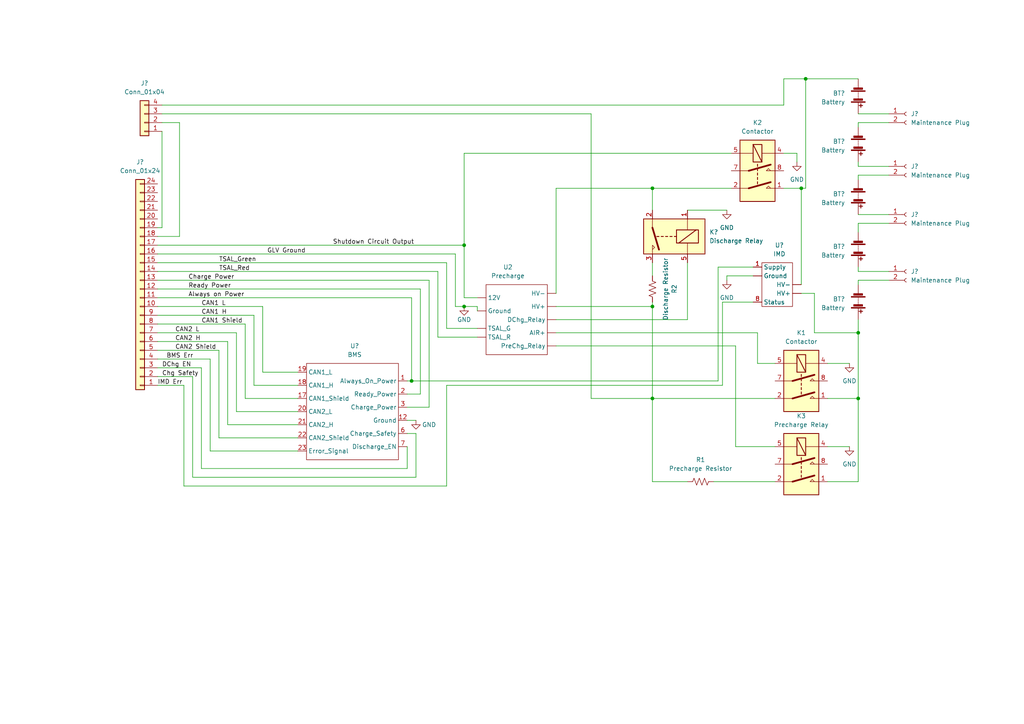
<source format=kicad_sch>
(kicad_sch (version 20211123) (generator eeschema)
  (paper "A4")
  (lib_symbols
    (symbol "Connector:Conn_01x02_Female" (pin_names (offset 1.016) hide)
      (property "Reference" "J" (at 0 2.54 0))
      (property "Value" "Conn_01x02_Female" (at 0 -5.08 0))
      (symbol "Conn_01x02_Female_1_1"
        (arc (start 0 -2.032) (mid -0.508 -2.54) (end 0 -3.048) (stroke (width 0.1524)))
        (polyline (pts (xy -1.27 -2.54) (xy -0.508 -2.54)) (stroke (width 0.1524)))
        (polyline (pts (xy -1.27 0) (xy -0.508 0)) (stroke (width 0.1524)))
        (arc (start 0 0.508) (mid -0.508 0) (end 0 -0.508) (stroke (width 0.1524)))
        (pin passive line (at -5.08 0 0) (length 3.81) (name "Pin_1") (number "1"))
        (pin passive line (at -5.08 -2.54 0) (length 3.81) (name "Pin_2") (number "2"))
      )
    )
    (symbol "Connector_Generic:Conn_01x04" (pin_names (offset 1.016) hide)
      (property "Reference" "J" (at 0 5.08 0))
      (property "Value" "Conn_01x04" (at 0 -7.62 0))
      (symbol "Conn_01x04_1_1"
        (rectangle (start -1.27 -4.953) (end 0 -5.207) (stroke (width 0.1524)))
        (rectangle (start -1.27 -2.413) (end 0 -2.667) (stroke (width 0.1524)))
        (rectangle (start -1.27 0.127) (end 0 -0.127) (stroke (width 0.1524)))
        (rectangle (start -1.27 2.667) (end 0 2.413) (stroke (width 0.1524)))
        (rectangle (start -1.27 3.81) (end 1.27 -6.35) (stroke (width 0.254)) (fill (type background)))
        (pin passive line (at -5.08 2.54 0) (length 3.81) (name "Pin_1") (number "1"))
        (pin passive line (at -5.08 0 0) (length 3.81) (name "Pin_2") (number "2"))
        (pin passive line (at -5.08 -2.54 0) (length 3.81) (name "Pin_3") (number "3"))
        (pin passive line (at -5.08 -5.08 0) (length 3.81) (name "Pin_4") (number "4"))
      )
    )
    (symbol "Connector_Generic:Conn_01x24" (pin_names (offset 1.016) hide)
      (property "Reference" "J" (at 0 30.48 0))
      (property "Value" "Conn_01x24" (at 0 -33.02 0))
      (symbol "Conn_01x24_1_1"
        (rectangle (start -1.27 -30.353) (end 0 -30.607) (stroke (width 0.1524)))
        (rectangle (start -1.27 -27.813) (end 0 -28.067) (stroke (width 0.1524)))
        (rectangle (start -1.27 -25.273) (end 0 -25.527) (stroke (width 0.1524)))
        (rectangle (start -1.27 -22.733) (end 0 -22.987) (stroke (width 0.1524)))
        (rectangle (start -1.27 -20.193) (end 0 -20.447) (stroke (width 0.1524)))
        (rectangle (start -1.27 -17.653) (end 0 -17.907) (stroke (width 0.1524)))
        (rectangle (start -1.27 -15.113) (end 0 -15.367) (stroke (width 0.1524)))
        (rectangle (start -1.27 -12.573) (end 0 -12.827) (stroke (width 0.1524)))
        (rectangle (start -1.27 -10.033) (end 0 -10.287) (stroke (width 0.1524)))
        (rectangle (start -1.27 -7.493) (end 0 -7.747) (stroke (width 0.1524)))
        (rectangle (start -1.27 -4.953) (end 0 -5.207) (stroke (width 0.1524)))
        (rectangle (start -1.27 -2.413) (end 0 -2.667) (stroke (width 0.1524)))
        (rectangle (start -1.27 0.127) (end 0 -0.127) (stroke (width 0.1524)))
        (rectangle (start -1.27 2.667) (end 0 2.413) (stroke (width 0.1524)))
        (rectangle (start -1.27 5.207) (end 0 4.953) (stroke (width 0.1524)))
        (rectangle (start -1.27 7.747) (end 0 7.493) (stroke (width 0.1524)))
        (rectangle (start -1.27 10.287) (end 0 10.033) (stroke (width 0.1524)))
        (rectangle (start -1.27 12.827) (end 0 12.573) (stroke (width 0.1524)))
        (rectangle (start -1.27 15.367) (end 0 15.113) (stroke (width 0.1524)))
        (rectangle (start -1.27 17.907) (end 0 17.653) (stroke (width 0.1524)))
        (rectangle (start -1.27 20.447) (end 0 20.193) (stroke (width 0.1524)))
        (rectangle (start -1.27 22.987) (end 0 22.733) (stroke (width 0.1524)))
        (rectangle (start -1.27 25.527) (end 0 25.273) (stroke (width 0.1524)))
        (rectangle (start -1.27 28.067) (end 0 27.813) (stroke (width 0.1524)))
        (rectangle (start -1.27 29.21) (end 1.27 -31.75) (stroke (width 0.254)) (fill (type background)))
        (pin passive line (at -5.08 27.94 0) (length 3.81) (name "Pin_1") (number "1"))
        (pin passive line (at -5.08 5.08 0) (length 3.81) (name "Pin_10") (number "10"))
        (pin passive line (at -5.08 2.54 0) (length 3.81) (name "Pin_11") (number "11"))
        (pin passive line (at -5.08 0 0) (length 3.81) (name "Pin_12") (number "12"))
        (pin passive line (at -5.08 -2.54 0) (length 3.81) (name "Pin_13") (number "13"))
        (pin passive line (at -5.08 -5.08 0) (length 3.81) (name "Pin_14") (number "14"))
        (pin passive line (at -5.08 -7.62 0) (length 3.81) (name "Pin_15") (number "15"))
        (pin passive line (at -5.08 -10.16 0) (length 3.81) (name "Pin_16") (number "16"))
        (pin passive line (at -5.08 -12.7 0) (length 3.81) (name "Pin_17") (number "17"))
        (pin passive line (at -5.08 -15.24 0) (length 3.81) (name "Pin_18") (number "18"))
        (pin passive line (at -5.08 -17.78 0) (length 3.81) (name "Pin_19") (number "19"))
        (pin passive line (at -5.08 25.4 0) (length 3.81) (name "Pin_2") (number "2"))
        (pin passive line (at -5.08 -20.32 0) (length 3.81) (name "Pin_20") (number "20"))
        (pin passive line (at -5.08 -22.86 0) (length 3.81) (name "Pin_21") (number "21"))
        (pin passive line (at -5.08 -25.4 0) (length 3.81) (name "Pin_22") (number "22"))
        (pin passive line (at -5.08 -27.94 0) (length 3.81) (name "Pin_23") (number "23"))
        (pin passive line (at -5.08 -30.48 0) (length 3.81) (name "Pin_24") (number "24"))
        (pin passive line (at -5.08 22.86 0) (length 3.81) (name "Pin_3") (number "3"))
        (pin passive line (at -5.08 20.32 0) (length 3.81) (name "Pin_4") (number "4"))
        (pin passive line (at -5.08 17.78 0) (length 3.81) (name "Pin_5") (number "5"))
        (pin passive line (at -5.08 15.24 0) (length 3.81) (name "Pin_6") (number "6"))
        (pin passive line (at -5.08 12.7 0) (length 3.81) (name "Pin_7") (number "7"))
        (pin passive line (at -5.08 10.16 0) (length 3.81) (name "Pin_8") (number "8"))
        (pin passive line (at -5.08 7.62 0) (length 3.81) (name "Pin_9") (number "9"))
      )
    )
    (symbol "Device:Battery" (pin_numbers hide) (pin_names (offset 0) hide)
      (property "Reference" "BT" (at 2.54 2.54 0))
      (property "Value" "Battery" (at 2.54 0 0))
      (symbol "Battery_0_1"
        (rectangle (start -2.032 -1.397) (end 2.032 -1.651) (fill (type outline)))
        (rectangle (start -2.032 1.778) (end 2.032 1.524) (fill (type outline)))
        (rectangle (start -1.3208 -1.9812) (end 1.27 -2.4892) (fill (type outline)))
        (rectangle (start -1.3208 1.1938) (end 1.27 0.6858) (fill (type outline)))
        (polyline (pts (xy 0 -1.524) (xy 0 -1.27)))
        (polyline (pts (xy 0 -1.016) (xy 0 -0.762)))
        (polyline (pts (xy 0 -0.508) (xy 0 -0.254)))
        (polyline (pts (xy 0 0) (xy 0 0.254)))
        (polyline (pts (xy 0 0.508) (xy 0 0.762)))
        (polyline (pts (xy 0 1.778) (xy 0 2.54)))
        (polyline (pts (xy 0.254 2.667) (xy 1.27 2.667)) (stroke (width 0.254)))
        (polyline (pts (xy 0.762 3.175) (xy 0.762 2.159)) (stroke (width 0.254)))
      )
      (symbol "Battery_1_1"
        (pin passive line (at 0 5.08 270) (length 2.54) (name "+") (number "1"))
        (pin passive line (at 0 -5.08 90) (length 2.54) (name "-") (number "2"))
      )
    )
    (symbol "Device:R_US" (pin_numbers hide) (pin_names (offset 0))
      (property "Reference" "R" (at 2.54 0 90))
      (property "Value" "R_US" (at -2.54 0 90))
      (symbol "R_US_0_1"
        (polyline (pts (xy 0 -2.286) (xy 0 -2.54)))
        (polyline (pts (xy 0 2.286) (xy 0 2.54)))
        (polyline (pts (xy 0 -0.762) (xy 1.016 -1.143) (xy 0 -1.524) (xy -1.016 -1.905) (xy 0 -2.286)))
        (polyline (pts (xy 0 0.762) (xy 1.016 0.381) (xy 0 0) (xy -1.016 -0.381) (xy 0 -0.762)))
        (polyline (pts (xy 0 2.286) (xy 1.016 1.905) (xy 0 1.524) (xy -1.016 1.143) (xy 0 0.762)))
      )
      (symbol "R_US_1_1"
        (pin passive line (at 0 3.81 270) (length 1.27) (name "~") (number "1"))
        (pin passive line (at 0 -3.81 90) (length 1.27) (name "~") (number "2"))
      )
    )
    (symbol "Relay:Fujitsu_FTR-F1A"
      (property "Reference" "K" (at 0 12.7 0))
      (property "Value" "Fujitsu_FTR-F1A" (at 0 10.16 0))
      (symbol "Fujitsu_FTR-F1A_0_1"
        (rectangle (start -1.27 7.62) (end 1.27 2.54) (stroke (width 0.254)))
        (polyline (pts (xy -1.27 7.62) (xy 1.27 2.54)) (stroke (width 0.254)))
      )
      (symbol "Fujitsu_FTR-F1A_1_1"
        (polyline (pts (xy -2.54 -5.08) (xy -5.08 -5.08)))
        (polyline (pts (xy -2.54 -5.08) (xy 3.81 -3.302)) (stroke (width 0.508)))
        (polyline (pts (xy -2.54 0) (xy -5.08 0)))
        (polyline (pts (xy -2.54 0) (xy 3.81 1.778)) (stroke (width 0.508)))
        (polyline (pts (xy 0 -3.175) (xy 0 -3.81)) (stroke (width 0.254)))
        (polyline (pts (xy 0 -1.905) (xy 0 -2.54)) (stroke (width 0.254)))
        (polyline (pts (xy 0 -0.635) (xy 0 -1.27)) (stroke (width 0.254)))
        (polyline (pts (xy 0 0.635) (xy 0 0)) (stroke (width 0.254)))
        (polyline (pts (xy 0 1.905) (xy 0 1.27)) (stroke (width 0.254)))
        (polyline (pts (xy 5.08 5.08) (xy 1.27 5.08)))
        (polyline (pts (xy -5.08 5.08) (xy -1.27 5.08) (xy -1.524 5.08)))
        (polyline (pts (xy 5.08 -5.08) (xy 2.54 -5.08) (xy 3.175 -4.445) (xy 3.81 -5.08)))
        (polyline (pts (xy 5.08 0) (xy 2.54 0) (xy 3.175 0.635) (xy 3.81 0)))
        (rectangle (start 5.08 8.89) (end -5.08 -8.89) (stroke (width 0.254)) (fill (type background)))
        (pin passive line (at 7.62 -5.08 180) (length 2.54) (name "~") (number "1"))
        (pin passive line (at -7.62 -5.08 0) (length 2.54) (name "~") (number "2"))
        (pin passive line (at 7.62 5.08 180) (length 2.54) (name "~") (number "4"))
        (pin passive line (at -7.62 5.08 0) (length 2.54) (name "~") (number "5"))
        (pin passive line (at -7.62 0 0) (length 2.54) (name "~") (number "7"))
        (pin passive line (at 7.62 0 180) (length 2.54) (name "~") (number "8"))
      )
    )
    (symbol "Relay:G5Q-1A"
      (property "Reference" "K" (at 8.89 3.81 0))
      (property "Value" "G5Q-1A" (at 8.89 1.27 0))
      (symbol "G5Q-1A_0_0"
        (polyline (pts (xy 5.08 5.08) (xy 5.08 2.54) (xy 4.445 3.175) (xy 5.08 3.81)))
      )
      (symbol "G5Q-1A_0_1"
        (rectangle (start -10.16 5.08) (end 7.62 -5.08) (stroke (width 0.254)) (fill (type background)))
        (rectangle (start -8.255 1.905) (end -1.905 -1.905) (stroke (width 0.254)))
        (polyline (pts (xy -7.62 -1.905) (xy -2.54 1.905)) (stroke (width 0.254)))
        (polyline (pts (xy -5.08 -5.08) (xy -5.08 -1.905)))
        (polyline (pts (xy -5.08 5.08) (xy -5.08 1.905)))
        (polyline (pts (xy -1.905 0) (xy -1.27 0)) (stroke (width 0.254)))
        (polyline (pts (xy -0.635 0) (xy 0 0)) (stroke (width 0.254)))
        (polyline (pts (xy 0.635 0) (xy 1.27 0)) (stroke (width 0.254)))
        (polyline (pts (xy 1.905 0) (xy 2.54 0)) (stroke (width 0.254)))
        (polyline (pts (xy 3.175 0) (xy 3.81 0)) (stroke (width 0.254)))
        (polyline (pts (xy 5.08 -2.54) (xy 3.175 3.81)) (stroke (width 0.508)))
        (polyline (pts (xy 5.08 -2.54) (xy 5.08 -5.08)))
      )
      (symbol "G5Q-1A_1_1"
        (pin passive line (at -5.08 -7.62 90) (length 2.54) (name "~") (number "1"))
        (pin passive line (at 5.08 -7.62 90) (length 2.54) (name "~") (number "2"))
        (pin passive line (at 5.08 7.62 270) (length 2.54) (name "~") (number "3"))
        (pin passive line (at -5.08 7.62 270) (length 2.54) (name "~") (number "5"))
      )
    )
    (symbol "accumulator:BMS"
      (property "Reference" "U?" (at 0 0 0))
      (property "Value" "BMS" (at 0 -2.54 0))
      (symbol "BMS_0_1"
        (rectangle (start -13.97 -5.08) (end 12.7 -33.02))
      )
      (symbol "BMS_1_1"
        (pin power_in line (at 15.24 -10.16 180) (length 2.54) (name "Always_On_Power") (number "1"))
        (pin passive line (at 15.24 -21.59 180) (length 2.54) (name "Ground") (number "12"))
        (pin passive line (at -16.51 -15.24 0) (length 2.54) (name "CAN1_Shield") (number "17"))
        (pin bidirectional line (at -16.51 -11.43 0) (length 2.54) (name "CAN1_H") (number "18"))
        (pin bidirectional line (at -16.51 -7.62 0) (length 2.54) (name "CAN1_L") (number "19"))
        (pin power_in line (at 15.24 -13.97 180) (length 2.54) (name "Ready_Power") (number "2"))
        (pin bidirectional line (at -16.51 -19.05 0) (length 2.54) (name "CAN2_L") (number "20"))
        (pin bidirectional line (at -16.51 -22.86 0) (length 2.54) (name "CAN2_H") (number "21"))
        (pin passive line (at -16.51 -26.67 0) (length 2.54) (name "CAN2_Shield") (number "22"))
        (pin output line (at -16.51 -30.48 0) (length 2.54) (name "Error_Signal") (number "23"))
        (pin power_in line (at 15.24 -17.78 180) (length 2.54) (name "Charge_Power") (number "3"))
        (pin output line (at 15.24 -25.4 180) (length 2.54) (name "Charge_Safety") (number "6"))
        (pin output line (at 15.24 -29.21 180) (length 2.54) (name "Discharge_EN") (number "7"))
      )
    )
    (symbol "accumulator:IMD"
      (property "Reference" "U?" (at 0 0 0))
      (property "Value" "IMD" (at 0 -2.54 0))
      (symbol "IMD_0_1"
        (rectangle (start -5.08 -5.08) (end 3.81 -17.78))
      )
      (symbol "IMD_1_1"
        (pin power_in line (at -7.62 -8.89 0) (length 2.54) (name "Ground") (number ""))
        (pin input line (at 6.35 -13.97 180) (length 2.54) (name "HV+") (number ""))
        (pin input line (at 6.35 -11.43 180) (length 2.54) (name "HV-") (number ""))
        (pin power_in line (at -7.62 -6.35 0) (length 2.54) (name "Supply") (number "1"))
        (pin output line (at -7.62 -16.51 0) (length 2.54) (name "Status") (number "8"))
      )
    )
    (symbol "accumulator:Precharge"
      (property "Reference" "U2" (at 0 0 0))
      (property "Value" "Precharge" (at 0 -2.54 0))
      (symbol "Precharge_0_1"
        (rectangle (start -6.35 -5.08) (end 11.43 -25.4))
      )
      (symbol "Precharge_1_1"
        (pin power_in line (at -8.89 -8.89 0) (length 2.54) (name "12V") (number ""))
        (pin output line (at 13.97 -19.05 180) (length 2.54) (name "AIR+") (number ""))
        (pin output line (at 13.97 -15.24 180) (length 2.54) (name "DChg_Relay") (number ""))
        (pin power_in line (at -8.89 -12.7 0) (length 2.54) (name "Ground") (number ""))
        (pin input line (at 13.97 -11.43 180) (length 2.54) (name "HV+") (number ""))
        (pin input line (at 13.97 -7.62 180) (length 2.54) (name "HV-") (number ""))
        (pin output line (at 13.97 -22.86 180) (length 2.54) (name "PreChg_Relay") (number ""))
        (pin output line (at -8.89 -17.78 0) (length 2.54) (name "TSAL_G") (number ""))
        (pin output line (at -8.89 -20.32 0) (length 2.54) (name "TSAL_R") (number ""))
      )
    )
    (symbol "power:GND" (power) (pin_names (offset 0))
      (property "Value" "GND" (at 0 -3.81 0))
      (symbol "GND_0_1"
        (polyline (pts (xy 0 0) (xy 0 -1.27) (xy 1.27 -1.27) (xy 0 -2.54) (xy -1.27 -1.27) (xy 0 -1.27)))
      )
      (symbol "GND_1_1"
        (pin power_in line (at 0 0 270) (length 0) hide (name "GND") (number "1"))
      )
    )
  )
  (junction (at 248.92 115.57))
  (junction (at 189.23 88.9))
  (junction (at 119.38 110.49))
  (junction (at 189.23 54.61))
  (junction (at 248.92 96.52))
  (junction (at 189.23 115.57))
  (junction (at 233.68 22.86))
  (junction (at 134.62 71.12))
  (junction (at 134.62 88.9))
  (junction (at 232.41 54.61))
  (wire (pts (xy 129.54 111.76) (xy 129.54 140.97)))
  (wire (pts (xy 127 97.79) (xy 127 78.74)))
  (wire (pts (xy 66.04 123.19) (xy 66.04 99.06)))
  (wire (pts (xy 45.72 104.14) (xy 60.96 104.14)))
  (wire (pts (xy 118.11 118.11) (xy 124.46 118.11)))
  (wire (pts (xy 66.04 99.06) (xy 45.72 99.06)))
  (wire (pts (xy 189.23 54.61) (xy 189.23 60.96)))
  (wire (pts (xy 46.99 30.48) (xy 227.33 30.48)))
  (wire (pts (xy 86.36 111.76) (xy 73.66 111.76)))
  (wire (pts (xy 132.08 73.66) (xy 45.72 73.66)))
  (wire (pts (xy 189.23 76.2) (xy 189.23 80.01)))
  (wire (pts (xy 213.36 129.54) (xy 224.79 129.54)))
  (wire (pts (xy 208.28 77.47) (xy 208.28 110.49)))
  (wire (pts (xy 71.12 115.57) (xy 71.12 93.98)))
  (wire (pts (xy 210.82 80.01) (xy 210.82 81.28)))
  (wire (pts (xy 233.68 22.86) (xy 248.92 22.86)))
  (wire (pts (xy 76.2 107.95) (xy 76.2 88.9)))
  (wire (pts (xy 58.42 106.68) (xy 45.72 106.68)))
  (wire (pts (xy 46.99 38.1) (xy 46.99 66.04)))
  (wire (pts (xy 161.29 54.61) (xy 189.23 54.61)))
  (wire (pts (xy 129.54 140.97) (xy 53.34 140.97)))
  (wire (pts (xy 189.23 54.61) (xy 212.09 54.61)))
  (wire (pts (xy 213.36 100.33) (xy 213.36 129.54)))
  (wire (pts (xy 248.92 92.71) (xy 248.92 96.52)))
  (wire (pts (xy 248.92 81.28) (xy 248.92 82.55)))
  (wire (pts (xy 199.39 76.2) (xy 199.39 92.71)))
  (wire (pts (xy 257.81 64.77) (xy 248.92 64.77)))
  (wire (pts (xy 55.88 138.43) (xy 55.88 109.22)))
  (wire (pts (xy 227.33 44.45) (xy 231.14 44.45)))
  (wire (pts (xy 120.65 138.43) (xy 55.88 138.43)))
  (wire (pts (xy 68.58 119.38) (xy 68.58 96.52)))
  (wire (pts (xy 248.92 115.57) (xy 248.92 139.7)))
  (wire (pts (xy 118.11 121.92) (xy 120.65 121.92)))
  (wire (pts (xy 161.29 88.9) (xy 189.23 88.9)))
  (wire (pts (xy 124.46 81.28) (xy 45.72 81.28)))
  (wire (pts (xy 52.07 35.56) (xy 52.07 68.58)))
  (wire (pts (xy 257.81 78.74) (xy 248.92 78.74)))
  (wire (pts (xy 138.43 88.9) (xy 134.62 88.9)))
  (wire (pts (xy 52.07 68.58) (xy 45.72 68.58)))
  (wire (pts (xy 236.22 85.09) (xy 236.22 96.52)))
  (wire (pts (xy 236.22 96.52) (xy 248.92 96.52)))
  (wire (pts (xy 138.43 90.17) (xy 138.43 88.9)))
  (wire (pts (xy 231.14 44.45) (xy 231.14 46.99)))
  (wire (pts (xy 73.66 111.76) (xy 73.66 91.44)))
  (wire (pts (xy 213.36 100.33) (xy 161.29 100.33)))
  (wire (pts (xy 227.33 30.48) (xy 227.33 22.86)))
  (wire (pts (xy 232.41 54.61) (xy 233.68 54.61)))
  (wire (pts (xy 189.23 139.7) (xy 199.39 139.7)))
  (wire (pts (xy 132.08 88.9) (xy 132.08 73.66)))
  (wire (pts (xy 138.43 97.79) (xy 127 97.79)))
  (wire (pts (xy 118.11 135.89) (xy 58.42 135.89)))
  (wire (pts (xy 233.68 22.86) (xy 233.68 54.61)))
  (wire (pts (xy 60.96 130.81) (xy 86.36 130.81)))
  (wire (pts (xy 248.92 62.23) (xy 257.81 62.23)))
  (wire (pts (xy 171.45 115.57) (xy 171.45 33.02)))
  (wire (pts (xy 86.36 123.19) (xy 66.04 123.19)))
  (wire (pts (xy 73.66 91.44) (xy 45.72 91.44)))
  (wire (pts (xy 189.23 87.63) (xy 189.23 88.9)))
  (wire (pts (xy 118.11 110.49) (xy 119.38 110.49)))
  (wire (pts (xy 227.33 54.61) (xy 232.41 54.61)))
  (wire (pts (xy 118.11 125.73) (xy 120.65 125.73)))
  (wire (pts (xy 127 78.74) (xy 45.72 78.74)))
  (wire (pts (xy 232.41 54.61) (xy 232.41 82.55)))
  (wire (pts (xy 248.92 48.26) (xy 248.92 46.99)))
  (wire (pts (xy 45.72 71.12) (xy 134.62 71.12)))
  (wire (pts (xy 138.43 86.36) (xy 134.62 86.36)))
  (wire (pts (xy 86.36 119.38) (xy 68.58 119.38)))
  (wire (pts (xy 86.36 107.95) (xy 76.2 107.95)))
  (wire (pts (xy 121.92 114.3) (xy 121.92 83.82)))
  (wire (pts (xy 248.92 139.7) (xy 240.03 139.7)))
  (wire (pts (xy 138.43 95.25) (xy 129.54 95.25)))
  (wire (pts (xy 257.81 50.8) (xy 248.92 50.8)))
  (wire (pts (xy 134.62 88.9) (xy 132.08 88.9)))
  (wire (pts (xy 134.62 44.45) (xy 134.62 71.12)))
  (wire (pts (xy 240.03 105.41) (xy 246.38 105.41)))
  (wire (pts (xy 120.65 125.73) (xy 120.65 138.43)))
  (wire (pts (xy 119.38 86.36) (xy 45.72 86.36)))
  (wire (pts (xy 208.28 77.47) (xy 218.44 77.47)))
  (wire (pts (xy 68.58 96.52) (xy 45.72 96.52)))
  (wire (pts (xy 129.54 95.25) (xy 129.54 76.2)))
  (wire (pts (xy 207.01 139.7) (xy 224.79 139.7)))
  (wire (pts (xy 63.5 101.6) (xy 45.72 101.6)))
  (wire (pts (xy 189.23 115.57) (xy 189.23 139.7)))
  (wire (pts (xy 232.41 85.09) (xy 236.22 85.09)))
  (wire (pts (xy 46.99 35.56) (xy 52.07 35.56)))
  (wire (pts (xy 161.29 85.09) (xy 161.29 54.61)))
  (wire (pts (xy 86.36 127) (xy 63.5 127)))
  (wire (pts (xy 118.11 114.3) (xy 121.92 114.3)))
  (wire (pts (xy 218.44 80.01) (xy 210.82 80.01)))
  (wire (pts (xy 161.29 96.52) (xy 219.71 96.52)))
  (wire (pts (xy 209.55 111.76) (xy 129.54 111.76)))
  (wire (pts (xy 257.81 35.56) (xy 248.92 35.56)))
  (wire (pts (xy 53.34 111.76) (xy 45.72 111.76)))
  (wire (pts (xy 209.55 87.63) (xy 209.55 111.76)))
  (wire (pts (xy 218.44 87.63) (xy 209.55 87.63)))
  (wire (pts (xy 240.03 129.54) (xy 246.38 129.54)))
  (wire (pts (xy 63.5 127) (xy 63.5 101.6)))
  (wire (pts (xy 134.62 71.12) (xy 134.62 86.36)))
  (wire (pts (xy 219.71 105.41) (xy 224.79 105.41)))
  (wire (pts (xy 46.99 66.04) (xy 45.72 66.04)))
  (wire (pts (xy 55.88 109.22) (xy 45.72 109.22)))
  (wire (pts (xy 240.03 115.57) (xy 248.92 115.57)))
  (wire (pts (xy 76.2 88.9) (xy 45.72 88.9)))
  (wire (pts (xy 248.92 96.52) (xy 248.92 115.57)))
  (wire (pts (xy 199.39 60.96) (xy 210.82 60.96)))
  (wire (pts (xy 86.36 115.57) (xy 71.12 115.57)))
  (wire (pts (xy 121.92 83.82) (xy 45.72 83.82)))
  (wire (pts (xy 58.42 135.89) (xy 58.42 106.68)))
  (wire (pts (xy 60.96 130.81) (xy 60.96 104.14)))
  (wire (pts (xy 129.54 76.2) (xy 45.72 76.2)))
  (wire (pts (xy 248.92 78.74) (xy 248.92 77.47)))
  (wire (pts (xy 257.81 81.28) (xy 248.92 81.28)))
  (wire (pts (xy 171.45 33.02) (xy 46.99 33.02)))
  (wire (pts (xy 189.23 115.57) (xy 224.79 115.57)))
  (wire (pts (xy 219.71 96.52) (xy 219.71 105.41)))
  (wire (pts (xy 71.12 93.98) (xy 45.72 93.98)))
  (wire (pts (xy 119.38 110.49) (xy 119.38 86.36)))
  (wire (pts (xy 161.29 92.71) (xy 199.39 92.71)))
  (wire (pts (xy 124.46 118.11) (xy 124.46 81.28)))
  (wire (pts (xy 189.23 88.9) (xy 189.23 115.57)))
  (wire (pts (xy 119.38 110.49) (xy 208.28 110.49)))
  (wire (pts (xy 248.92 33.02) (xy 257.81 33.02)))
  (wire (pts (xy 248.92 64.77) (xy 248.92 67.31)))
  (wire (pts (xy 257.81 48.26) (xy 248.92 48.26)))
  (wire (pts (xy 118.11 129.54) (xy 118.11 135.89)))
  (wire (pts (xy 248.92 35.56) (xy 248.92 36.83)))
  (wire (pts (xy 248.92 50.8) (xy 248.92 52.07)))
  (wire (pts (xy 189.23 115.57) (xy 171.45 115.57)))
  (wire (pts (xy 53.34 140.97) (xy 53.34 111.76)))
  (wire (pts (xy 227.33 22.86) (xy 233.68 22.86)))
  (wire (pts (xy 134.62 44.45) (xy 212.09 44.45)))
  (label "TSAL_Red" (at 63.5 78.74 0))
  (label "IMD Err" (at 45.72 111.76 0))
  (label "CAN2 H" (at 50.8 99.06 0))
  (label "CAN2 Shield" (at 50.8 101.6 0))
  (label "Shutdown Circuit Output" (at 96.52 71.12 0))
  (label "Always on Power" (at 54.61 86.36 0))
  (label "GLV Ground" (at 77.47 73.66 0))
  (label "Chg Safety" (at 46.99 109.22 0))
  (label "CAN1 L" (at 58.42 88.9 0))
  (label "Charge Power" (at 54.61 81.28 0))
  (label "BMS Err" (at 48.26 104.14 0))
  (label "CAN1 Shield" (at 58.42 93.98 0))
  (label "CAN1 H" (at 58.42 91.44 0))
  (label "TSAL_Green" (at 63.5 76.2 0))
  (label "CAN2 L" (at 50.8 96.52 0))
  (label "Ready Power" (at 54.61 83.82 0))
  (label "DChg EN" (at 46.99 106.68 0))
  (symbol (lib_id "Connector:Conn_01x02_Female") (at 262.89 33.02 0) (unit 1)
    (property "Reference" "J?" (at 264.16 33.0199 0) (effects (justify left)))
    (property "Value" "Maintenance Plug" (at 264.16 35.5599 0) (effects (justify left)))
  )
  (symbol (lib_id "Device:R_US") (at 189.23 83.82 0) (unit 1)
    (property "Reference" "R2" (at 195.58 83.82 90))
    (property "Value" "Discharge Resistor" (at 193.04 83.82 90))
  )
  (symbol (lib_id "Device:R_US") (at 203.2 139.7 90) (unit 1)
    (property "Reference" "R1" (at 203.2 133.35 90))
    (property "Value" "Precharge Resistor" (at 203.2 135.89 90))
  )
  (symbol (lib_id "power:GND") (at 134.62 88.9 0) (unit 1)
    (property "Reference" "#PWR?" (effects hide))
    (property "Value" "GND" (at 134.62 92.71 0))
  )
  (symbol (lib_id "Relay:G5Q-1A") (at 194.31 68.58 180) (unit 1)
    (property "Reference" "K?" (at 205.74 67.3099 0) (effects (justify right)))
    (property "Value" "Discharge Relay" (at 205.74 69.8499 0) (effects (justify right)))
    (property "Footprint" "Relay_THT:Relay_SPST_Omron-G5Q-1A" (effects hide))
    (property "Datasheet" "https://www.omron.com/ecb/products/pdf/en-g5q.pdf" (effects hide))
  )
  (symbol (lib_id "Relay:Fujitsu_FTR-F1A") (at 232.41 134.62 0) (unit 1)
    (property "Reference" "K3" (at 232.41 120.65 0))
    (property "Value" "Precharge Relay" (at 232.41 123.19 0))
    (property "Footprint" "Relay_THT:Relay_DPST_Fujitsu_FTR-F1A" (effects hide))
    (property "Datasheet" "https://www.fujitsu.com/downloads/MICRO/fcai/relays/ftr-f1.pdf" (effects hide))
  )
  (symbol (lib_id "power:GND") (at 246.38 105.41 0) (unit 1)
    (property "Reference" "#PWR?" (effects hide))
    (property "Value" "GND" (at 246.38 110.49 0))
  )
  (symbol (lib_id "Device:Battery") (at 248.92 41.91 0) (mirror x) (unit 1)
    (property "Reference" "BT?" (at 245.11 41.0209 0) (effects (justify right)))
    (property "Value" "Battery" (at 245.11 43.5609 0) (effects (justify right)))
  )
  (symbol (lib_id "accumulator:BMS") (at 102.87 100.33 0) (unit 1)
    (property "Reference" "U?" (at 102.87 100.33 0))
    (property "Value" "BMS" (at 102.87 102.87 0))
  )
  (symbol (lib_id "Device:Battery") (at 248.92 57.15 0) (mirror x) (unit 1)
    (property "Reference" "BT?" (at 245.11 56.2609 0) (effects (justify right)))
    (property "Value" "Battery" (at 245.11 58.8009 0) (effects (justify right)))
  )
  (symbol (lib_id "accumulator:IMD") (at 226.06 71.12 0) (unit 1)
    (property "Reference" "U?" (at 226.06 71.12 0))
    (property "Value" "IMD" (at 226.06 73.66 0))
  )
  (symbol (lib_id "Connector_Generic:Conn_01x04") (at 41.91 35.56 180) (unit 1)
    (property "Reference" "J?" (at 41.91 24.13 0))
    (property "Value" "Conn_01x04" (at 41.91 26.67 0))
  )
  (symbol (lib_id "Device:Battery") (at 248.92 87.63 0) (mirror x) (unit 1)
    (property "Reference" "BT?" (at 245.11 86.7409 0) (effects (justify right)))
    (property "Value" "Battery" (at 245.11 89.2809 0) (effects (justify right)))
  )
  (symbol (lib_id "Relay:Fujitsu_FTR-F1A") (at 219.71 49.53 0) (unit 1)
    (property "Reference" "K2" (at 219.71 35.56 0))
    (property "Value" "Contactor" (at 219.71 38.1 0))
    (property "Footprint" "Relay_THT:Relay_DPST_Fujitsu_FTR-F1A" (effects hide))
    (property "Datasheet" "https://www.fujitsu.com/downloads/MICRO/fcai/relays/ftr-f1.pdf" (effects hide))
  )
  (symbol (lib_id "power:GND") (at 120.65 121.92 0) (unit 1)
    (property "Reference" "#PWR?" (effects hide))
    (property "Value" "GND" (at 124.46 123.19 0))
  )
  (symbol (lib_id "Device:Battery") (at 248.92 72.39 0) (mirror x) (unit 1)
    (property "Reference" "BT?" (at 245.11 71.5009 0) (effects (justify right)))
    (property "Value" "Battery" (at 245.11 74.0409 0) (effects (justify right)))
  )
  (symbol (lib_id "Connector_Generic:Conn_01x24") (at 40.64 83.82 180) (unit 1)
    (property "Reference" "J?" (at 40.64 46.99 0))
    (property "Value" "Conn_01x24" (at 40.64 49.53 0))
  )
  (symbol (lib_id "accumulator:Precharge") (at 147.32 77.47 0) (unit 1)
    (property "Reference" "U2" (at 147.32 77.47 0))
    (property "Value" "Precharge" (at 147.32 80.01 0))
  )
  (symbol (lib_id "Connector:Conn_01x02_Female") (at 262.89 78.74 0) (unit 1)
    (property "Reference" "J?" (at 264.16 78.7399 0) (effects (justify left)))
    (property "Value" "Maintenance Plug" (at 264.16 81.2799 0) (effects (justify left)))
  )
  (symbol (lib_id "power:GND") (at 246.38 129.54 0) (unit 1)
    (property "Reference" "#PWR?" (effects hide))
    (property "Value" "GND" (at 246.38 134.62 0))
  )
  (symbol (lib_id "Relay:Fujitsu_FTR-F1A") (at 232.41 110.49 0) (unit 1)
    (property "Reference" "K1" (at 232.41 96.52 0))
    (property "Value" "Contactor" (at 232.41 99.06 0))
    (property "Footprint" "Relay_THT:Relay_DPST_Fujitsu_FTR-F1A" (effects hide))
    (property "Datasheet" "https://www.fujitsu.com/downloads/MICRO/fcai/relays/ftr-f1.pdf" (effects hide))
  )
  (symbol (lib_id "Connector:Conn_01x02_Female") (at 262.89 48.26 0) (unit 1)
    (property "Reference" "J?" (at 264.16 48.2599 0) (effects (justify left)))
    (property "Value" "Maintenance Plug" (at 264.16 50.7999 0) (effects (justify left)))
  )
  (symbol (lib_id "Device:Battery") (at 248.92 27.94 0) (mirror x) (unit 1)
    (property "Reference" "BT?" (at 245.11 27.0509 0) (effects (justify right)))
    (property "Value" "Battery" (at 245.11 29.5909 0) (effects (justify right)))
  )
  (symbol (lib_id "power:GND") (at 210.82 81.28 0) (unit 1)
    (property "Reference" "#PWR?" (effects hide))
    (property "Value" "GND" (at 210.82 86.36 0))
  )
  (symbol (lib_id "power:GND") (at 231.14 46.99 0) (unit 1)
    (property "Reference" "#PWR?" (effects hide))
    (property "Value" "GND" (at 231.14 52.07 0))
  )
  (symbol (lib_id "power:GND") (at 210.82 60.96 0) (unit 1)
    (property "Reference" "#PWR?" (effects hide))
    (property "Value" "GND" (at 210.82 66.04 0))
  )
  (symbol (lib_id "Connector:Conn_01x02_Female") (at 262.89 62.23 0) (unit 1)
    (property "Reference" "J?" (at 264.16 62.2299 0) (effects (justify left)))
    (property "Value" "Maintenance Plug" (at 264.16 64.7699 0) (effects (justify left)))
  )
)
</source>
